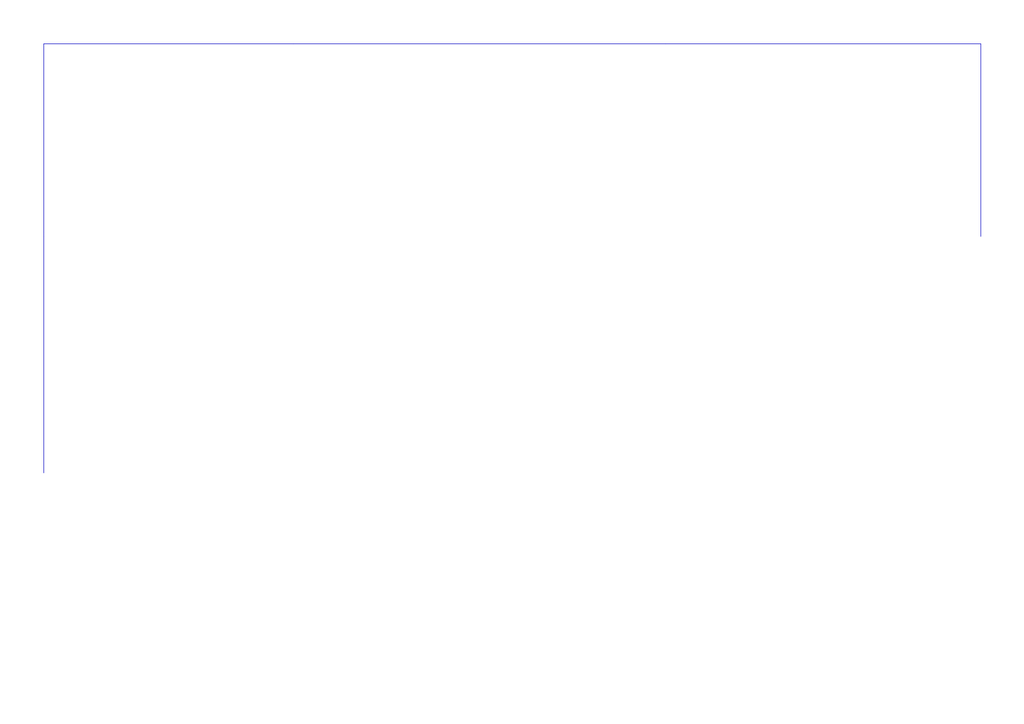
<source format=kicad_sch>
(kicad_sch (version 20230121) (generator eeschema)
  (paper "A4")
  (lib_symbols)
  (polyline (pts (xy 12.7 67.31) (xy 12.7 68.58)))
  (polyline (pts (xy 12.7 68.58) (xy 12.7 137.16)))
  (polyline (pts (xy 12.7 67.31) (xy 12.7 12.7)))
  (polyline (pts (xy 284.48 12.7) (xy 284.48 68.58)))
  (polyline (pts (xy 193.04 12.7) (xy 284.48 12.7)))
  (polyline (pts (xy 12.7 12.7) (xy 85.09 12.7)))
  (polyline (pts (xy 193.04 12.7) (xy 85.09 12.7)))
)
</source>
